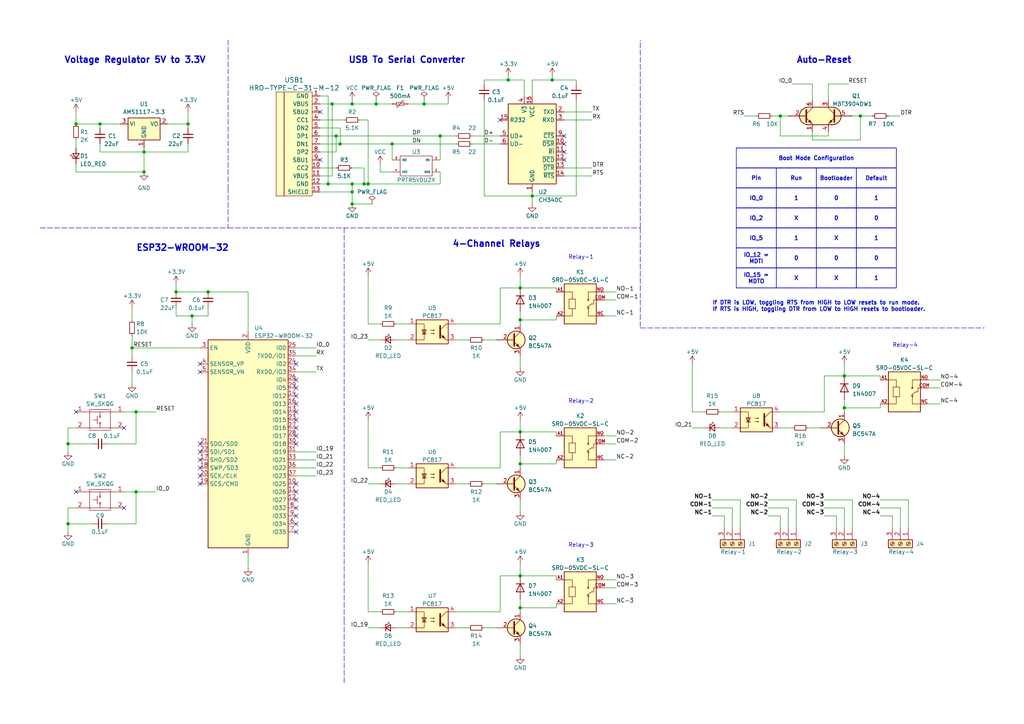
<source format=kicad_sch>
(kicad_sch (version 20230121) (generator eeschema)
  (paper "User" 324.993 230.022)
  (title_block (title "ESP32 4 Channel Relays") (date "2023-03-19"))
  (junction (at 45.72 48.26))
  (junction (at 161.29 25.4))
  (junction (at 21.59 140.97))
  (junction (at 175.26 25.4))
  (junction (at 106.68 43.18))
  (junction (at 247.65 36.83))
  (junction (at 273.05 36.83))
  (junction (at 60.96 100.33))
  (junction (at 43.18 130.81))
  (junction (at 105.41 33.02))
  (junction (at 24.13 39.37))
  (junction (at 66.04 92.71))
  (junction (at 21.59 166.37))
  (junction (at 45.72 54.61))
  (junction (at 267.97 129.54))
  (junction (at 124.46 45.72))
  (junction (at 111.76 58.42))
  (junction (at 165.1 193.04))
  (junction (at 107.95 45.72))
  (junction (at 31.75 39.37))
  (junction (at 55.88 92.71))
  (junction (at 165.1 91.44))
  (junction (at 104.14 58.42))
  (junction (at 267.97 119.38))
  (junction (at 119.38 33.02))
  (junction (at 165.1 101.6))
  (junction (at 165.1 137.16))
  (junction (at 115.57 58.42))
  (junction (at 116.84 58.42))
  (junction (at 111.76 33.02))
  (junction (at 41.91 110.49))
  (junction (at 134.62 33.02))
  (junction (at 139.7 43.18))
  (junction (at 111.76 60.96))
  (junction (at 165.1 147.32))
  (junction (at 111.76 64.77))
  (junction (at 43.18 156.21))
  (junction (at 168.91 62.23))
  (junction (at 59.69 39.37))
  (junction (at 165.1 182.88))
  (no_connect (at 93.98 133.35))
  (no_connect (at 63.5 148.59))
  (no_connect (at 158.75 38.1))
  (no_connect (at 101.6 50.8))
  (no_connect (at 24.13 156.21))
  (no_connect (at 93.98 166.37))
  (no_connect (at 179.07 43.18))
  (no_connect (at 93.98 140.97))
  (no_connect (at 93.98 130.81))
  (no_connect (at 63.5 118.11))
  (no_connect (at 179.07 45.72))
  (no_connect (at 93.98 115.57))
  (no_connect (at 24.13 130.81))
  (no_connect (at 93.98 120.65))
  (no_connect (at 93.98 161.29))
  (no_connect (at 101.6 35.56))
  (no_connect (at 93.98 153.67))
  (no_connect (at 93.98 135.89))
  (no_connect (at 63.5 115.57))
  (no_connect (at 93.98 138.43))
  (no_connect (at 93.98 163.83))
  (no_connect (at 93.98 128.27))
  (no_connect (at 63.5 153.67))
  (no_connect (at 39.37 135.89))
  (no_connect (at 93.98 168.91))
  (no_connect (at 179.07 50.8))
  (no_connect (at 63.5 151.13))
  (no_connect (at 179.07 48.26))
  (no_connect (at 63.5 140.97))
  (no_connect (at 93.98 156.21))
  (no_connect (at 63.5 143.51))
  (no_connect (at 93.98 123.19))
  (no_connect (at 93.98 125.73))
  (no_connect (at 63.5 146.05))
  (no_connect (at 93.98 158.75))
  (no_connect (at 39.37 161.29))
  (wire (pts (xy 229.87 163.83) (xy 229.87 167.64)))
  (polyline (pts (xy 246.38 53.34) (xy 246.38 91.44)))
  (wire (pts (xy 158.75 194.31) (xy 158.75 182.88)))
  (wire (pts (xy 165.1 190.5) (xy 165.1 193.04)))
  (wire (pts (xy 24.13 44.45) (xy 24.13 46.99)))
  (wire (pts (xy 142.24 31.75) (xy 142.24 33.02)))
  (wire (pts (xy 179.07 55.88) (xy 187.96 55.88)))
  (wire (pts (xy 273.05 36.83) (xy 273.05 44.45)))
  (wire (pts (xy 285.75 161.29) (xy 279.4 161.29)))
  (wire (pts (xy 153.67 25.4) (xy 153.67 26.67)))
  (wire (pts (xy 55.88 100.33) (xy 55.88 97.79)))
  (wire (pts (xy 179.07 35.56) (xy 187.96 35.56)))
  (polyline (pts (xy 233.68 66.04) (xy 284.48 66.04)))
  (wire (pts (xy 111.76 33.02) (xy 119.38 33.02)))
  (wire (pts (xy 288.29 158.75) (xy 288.29 167.64)))
  (wire (pts (xy 106.68 43.18) (xy 101.6 43.18)))
  (wire (pts (xy 176.53 182.88) (xy 165.1 182.88)))
  (wire (pts (xy 125.73 102.87) (xy 129.54 102.87)))
  (wire (pts (xy 191.77 138.43) (xy 195.58 138.43)))
  (wire (pts (xy 139.7 43.18) (xy 139.7 50.8)))
  (wire (pts (xy 134.62 33.02) (xy 142.24 33.02)))
  (wire (pts (xy 93.98 118.11) (xy 100.33 118.11)))
  (wire (pts (xy 234.95 158.75) (xy 234.95 167.64)))
  (wire (pts (xy 165.1 113.03) (xy 165.1 116.84)))
  (wire (pts (xy 236.22 36.83) (xy 240.03 36.83)))
  (wire (pts (xy 93.98 110.49) (xy 100.33 110.49)))
  (wire (pts (xy 55.88 90.17) (xy 55.88 92.71)))
  (wire (pts (xy 279.4 129.54) (xy 267.97 129.54)))
  (wire (pts (xy 101.6 40.64) (xy 107.95 40.64)))
  (wire (pts (xy 257.81 26.67) (xy 257.81 31.75)))
  (wire (pts (xy 41.91 118.11) (xy 41.91 121.92)))
  (wire (pts (xy 144.78 102.87) (xy 158.75 102.87)))
  (wire (pts (xy 120.65 52.07) (xy 120.65 54.61)))
  (wire (pts (xy 270.51 36.83) (xy 273.05 36.83)))
  (wire (pts (xy 153.67 31.75) (xy 153.67 62.23)))
  (wire (pts (xy 78.74 105.41) (xy 78.74 92.71)))
  (wire (pts (xy 182.88 62.23) (xy 168.91 62.23)))
  (wire (pts (xy 265.43 163.83) (xy 265.43 167.64)))
  (wire (pts (xy 116.84 194.31) (xy 120.65 194.31)))
  (wire (pts (xy 261.62 130.81) (xy 261.62 119.38)))
  (wire (pts (xy 252.73 158.75) (xy 252.73 167.64)))
  (wire (pts (xy 21.59 161.29) (xy 24.13 161.29)))
  (polyline (pts (xy 271.78 53.34) (xy 271.78 91.44)))
  (wire (pts (xy 111.76 60.96) (xy 111.76 64.77)))
  (wire (pts (xy 228.6 130.81) (xy 232.41 130.81)))
  (wire (pts (xy 78.74 92.71) (xy 66.04 92.71)))
  (wire (pts (xy 165.1 193.04) (xy 165.1 194.31)))
  (wire (pts (xy 166.37 25.4) (xy 166.37 30.48)))
  (wire (pts (xy 226.06 163.83) (xy 229.87 163.83)))
  (wire (pts (xy 41.91 97.79) (xy 41.91 101.6)))
  (wire (pts (xy 165.1 99.06) (xy 165.1 101.6)))
  (wire (pts (xy 165.1 147.32) (xy 165.1 148.59)))
  (wire (pts (xy 24.13 52.07) (xy 24.13 54.61)))
  (wire (pts (xy 267.97 140.97) (xy 267.97 144.78)))
  (wire (pts (xy 279.4 128.27) (xy 279.4 129.54)))
  (wire (pts (xy 232.41 161.29) (xy 232.41 167.64)))
  (wire (pts (xy 38.1 39.37) (xy 31.75 39.37)))
  (wire (pts (xy 267.97 129.54) (xy 267.97 130.81)))
  (wire (pts (xy 153.67 153.67) (xy 157.48 153.67)))
  (wire (pts (xy 257.81 44.45) (xy 273.05 44.45)))
  (wire (pts (xy 165.1 204.47) (xy 165.1 208.28)))
  (wire (pts (xy 111.76 53.34) (xy 115.57 53.34)))
  (wire (pts (xy 34.29 166.37) (xy 43.18 166.37)))
  (wire (pts (xy 104.14 58.42) (xy 111.76 58.42)))
  (wire (pts (xy 175.26 25.4) (xy 168.91 25.4)))
  (wire (pts (xy 161.29 25.4) (xy 153.67 25.4)))
  (wire (pts (xy 182.88 26.67) (xy 182.88 25.4)))
  (polyline (pts (xy 72.39 72.39) (xy 203.2 72.39)) (stroke (width 0) (type dash)))
  (wire (pts (xy 294.64 123.19) (xy 298.45 123.19)))
  (wire (pts (xy 29.21 140.97) (xy 21.59 140.97)))
  (wire (pts (xy 182.88 25.4) (xy 175.26 25.4)))
  (wire (pts (xy 176.53 101.6) (xy 165.1 101.6)))
  (wire (pts (xy 41.91 110.49) (xy 41.91 113.03)))
  (wire (pts (xy 176.53 92.71) (xy 176.53 91.44)))
  (wire (pts (xy 191.77 184.15) (xy 195.58 184.15)))
  (wire (pts (xy 294.64 120.65) (xy 298.45 120.65)))
  (wire (pts (xy 191.77 100.33) (xy 195.58 100.33)))
  (wire (pts (xy 93.98 113.03) (xy 100.33 113.03)))
  (polyline (pts (xy 109.22 72.39) (xy 109.22 196.85)) (stroke (width 0) (type dash)))
  (wire (pts (xy 107.95 45.72) (xy 101.6 45.72)))
  (wire (pts (xy 34.29 140.97) (xy 43.18 140.97)))
  (wire (pts (xy 168.91 60.96) (xy 168.91 62.23)))
  (wire (pts (xy 41.91 110.49) (xy 41.91 106.68)))
  (wire (pts (xy 21.59 140.97) (xy 21.59 135.89)))
  (wire (pts (xy 176.53 146.05) (xy 176.53 147.32)))
  (wire (pts (xy 144.78 107.95) (xy 148.59 107.95)))
  (wire (pts (xy 111.76 64.77) (xy 118.11 64.77)))
  (wire (pts (xy 294.64 128.27) (xy 298.45 128.27)))
  (wire (pts (xy 66.04 97.79) (xy 66.04 100.33)))
  (wire (pts (xy 93.98 151.13) (xy 100.33 151.13)))
  (wire (pts (xy 24.13 35.56) (xy 24.13 39.37)))
  (wire (pts (xy 106.68 48.26) (xy 106.68 43.18)))
  (polyline (pts (xy 233.68 53.34) (xy 284.48 53.34)))
  (polyline (pts (xy 109.22 196.85) (xy 109.22 217.17)) (stroke (width 0) (type dash)))
  (wire (pts (xy 153.67 107.95) (xy 157.48 107.95)))
  (polyline (pts (xy 12.7 72.39) (xy 72.39 72.39)) (stroke (width 0) (type dash)))
  (wire (pts (xy 104.14 30.48) (xy 104.14 58.42)))
  (wire (pts (xy 267.97 161.29) (xy 267.97 167.64)))
  (wire (pts (xy 191.77 146.05) (xy 195.58 146.05)))
  (wire (pts (xy 21.59 166.37) (xy 21.59 161.29)))
  (wire (pts (xy 59.69 35.56) (xy 59.69 39.37)))
  (wire (pts (xy 93.98 143.51) (xy 100.33 143.51)))
  (polyline (pts (xy 233.68 59.69) (xy 284.48 59.69)))
  (wire (pts (xy 24.13 39.37) (xy 31.75 39.37)))
  (wire (pts (xy 63.5 110.49) (xy 41.91 110.49)))
  (wire (pts (xy 285.75 161.29) (xy 285.75 167.64)))
  (wire (pts (xy 139.7 54.61) (xy 139.7 58.42)))
  (wire (pts (xy 60.96 100.33) (xy 60.96 102.87)))
  (polyline (pts (xy 203.2 72.39) (xy 203.2 12.7)) (stroke (width 0) (type dash)))
  (wire (pts (xy 251.46 26.67) (xy 257.81 26.67)))
  (wire (pts (xy 101.6 30.48) (xy 104.14 30.48)))
  (wire (pts (xy 115.57 58.42) (xy 116.84 58.42)))
  (polyline (pts (xy 259.08 53.34) (xy 259.08 91.44)))
  (wire (pts (xy 105.41 33.02) (xy 105.41 55.88)))
  (wire (pts (xy 101.6 60.96) (xy 111.76 60.96)))
  (wire (pts (xy 78.74 176.53) (xy 78.74 180.34)))
  (wire (pts (xy 165.1 144.78) (xy 165.1 147.32)))
  (wire (pts (xy 116.84 107.95) (xy 120.65 107.95)))
  (wire (pts (xy 153.67 62.23) (xy 168.91 62.23)))
  (wire (pts (xy 21.59 140.97) (xy 21.59 143.51)))
  (wire (pts (xy 279.4 120.65) (xy 279.4 119.38)))
  (wire (pts (xy 125.73 199.39) (xy 129.54 199.39)))
  (wire (pts (xy 45.72 48.26) (xy 45.72 54.61)))
  (wire (pts (xy 134.62 31.75) (xy 134.62 33.02)))
  (wire (pts (xy 116.84 199.39) (xy 120.65 199.39)))
  (wire (pts (xy 111.76 58.42) (xy 111.76 60.96)))
  (wire (pts (xy 191.77 186.69) (xy 195.58 186.69)))
  (wire (pts (xy 261.62 163.83) (xy 265.43 163.83)))
  (wire (pts (xy 279.4 163.83) (xy 283.21 163.83)))
  (wire (pts (xy 124.46 45.72) (xy 124.46 50.8)))
  (wire (pts (xy 256.54 135.89) (xy 260.35 135.89)))
  (wire (pts (xy 107.95 45.72) (xy 124.46 45.72)))
  (wire (pts (xy 262.89 43.18) (xy 247.65 43.18)))
  (wire (pts (xy 176.53 137.16) (xy 165.1 137.16)))
  (polyline (pts (xy 72.39 12.7) (xy 72.39 59.69)) (stroke (width 0) (type dash)))
  (wire (pts (xy 219.71 115.57) (xy 219.71 130.81)))
  (wire (pts (xy 191.77 140.97) (xy 195.58 140.97)))
  (wire (pts (xy 115.57 53.34) (xy 115.57 58.42)))
  (polyline (pts (xy 233.68 72.39) (xy 284.48 72.39)))
  (wire (pts (xy 257.81 41.91) (xy 257.81 44.45)))
  (wire (pts (xy 45.72 48.26) (xy 59.69 48.26)))
  (wire (pts (xy 149.86 43.18) (xy 158.75 43.18)))
  (wire (pts (xy 176.53 91.44) (xy 165.1 91.44)))
  (wire (pts (xy 176.53 147.32) (xy 165.1 147.32)))
  (wire (pts (xy 219.71 135.89) (xy 223.52 135.89)))
  (wire (pts (xy 262.89 26.67) (xy 269.24 26.67)))
  (wire (pts (xy 234.95 158.75) (xy 226.06 158.75)))
  (wire (pts (xy 144.78 194.31) (xy 158.75 194.31)))
  (polyline (pts (xy 203.2 104.14) (xy 284.48 104.14)) (stroke (width 0) (type dash)))
  (wire (pts (xy 43.18 156.21) (xy 49.53 156.21)))
  (wire (pts (xy 119.38 31.75) (xy 119.38 33.02)))
  (wire (pts (xy 243.84 163.83) (xy 247.65 163.83)))
  (wire (pts (xy 247.65 135.89) (xy 251.46 135.89)))
  (wire (pts (xy 101.6 48.26) (xy 106.68 48.26)))
  (wire (pts (xy 175.26 24.13) (xy 175.26 25.4)))
  (wire (pts (xy 288.29 158.75) (xy 279.4 158.75)))
  (wire (pts (xy 165.1 158.75) (xy 165.1 162.56)))
  (wire (pts (xy 261.62 119.38) (xy 267.97 119.38)))
  (wire (pts (xy 43.18 166.37) (xy 43.18 156.21)))
  (wire (pts (xy 247.65 163.83) (xy 247.65 167.64)))
  (wire (pts (xy 93.98 146.05) (xy 100.33 146.05)))
  (wire (pts (xy 116.84 153.67) (xy 120.65 153.67)))
  (wire (pts (xy 273.05 36.83) (xy 276.86 36.83)))
  (wire (pts (xy 270.51 158.75) (xy 261.62 158.75)))
  (wire (pts (xy 116.84 87.63) (xy 116.84 102.87)))
  (wire (pts (xy 116.84 102.87) (xy 120.65 102.87)))
  (wire (pts (xy 176.53 191.77) (xy 176.53 193.04)))
  (wire (pts (xy 139.7 43.18) (xy 144.78 43.18)))
  (wire (pts (xy 161.29 24.13) (xy 161.29 25.4)))
  (wire (pts (xy 43.18 130.81) (xy 49.53 130.81)))
  (wire (pts (xy 21.59 166.37) (xy 21.59 168.91)))
  (wire (pts (xy 125.73 148.59) (xy 129.54 148.59)))
  (wire (pts (xy 114.3 38.1) (xy 116.84 38.1)))
  (wire (pts (xy 158.75 91.44) (xy 165.1 91.44)))
  (wire (pts (xy 116.84 133.35) (xy 116.84 148.59)))
  (polyline (pts (xy 72.39 59.69) (xy 72.39 72.39)) (stroke (width 0) (type dash)))
  (wire (pts (xy 279.4 119.38) (xy 267.97 119.38)))
  (wire (pts (xy 21.59 135.89) (xy 24.13 135.89)))
  (wire (pts (xy 176.53 138.43) (xy 176.53 137.16)))
  (wire (pts (xy 232.41 161.29) (xy 226.06 161.29)))
  (wire (pts (xy 267.97 115.57) (xy 267.97 119.38)))
  (wire (pts (xy 219.71 130.81) (xy 223.52 130.81)))
  (wire (pts (xy 43.18 140.97) (xy 43.18 130.81)))
  (wire (pts (xy 107.95 40.64) (xy 107.95 45.72)))
  (wire (pts (xy 165.1 179.07) (xy 165.1 182.88)))
  (wire (pts (xy 166.37 25.4) (xy 161.29 25.4)))
  (wire (pts (xy 111.76 58.42) (xy 115.57 58.42)))
  (wire (pts (xy 101.6 38.1) (xy 109.22 38.1)))
  (wire (pts (xy 270.51 158.75) (xy 270.51 167.64)))
  (wire (pts (xy 125.73 153.67) (xy 129.54 153.67)))
  (wire (pts (xy 168.91 25.4) (xy 168.91 30.48)))
  (wire (pts (xy 262.89 31.75) (xy 262.89 26.67)))
  (wire (pts (xy 176.53 193.04) (xy 165.1 193.04)))
  (wire (pts (xy 165.1 133.35) (xy 165.1 137.16)))
  (polyline (pts (xy 233.68 85.09) (xy 284.48 85.09)))
  (wire (pts (xy 29.21 166.37) (xy 21.59 166.37)))
  (wire (pts (xy 158.75 102.87) (xy 158.75 91.44)))
  (wire (pts (xy 247.65 130.81) (xy 261.62 130.81)))
  (wire (pts (xy 43.18 156.21) (xy 39.37 156.21)))
  (wire (pts (xy 43.18 130.81) (xy 39.37 130.81)))
  (wire (pts (xy 106.68 43.18) (xy 139.7 43.18)))
  (polyline (pts (xy 284.48 104.14) (xy 312.42 104.14)) (stroke (width 0) (type dash)))
  (wire (pts (xy 129.54 33.02) (xy 134.62 33.02)))
  (wire (pts (xy 247.65 43.18) (xy 247.65 36.83)))
  (wire (pts (xy 283.21 163.83) (xy 283.21 167.64)))
  (wire (pts (xy 250.19 161.29) (xy 243.84 161.29)))
  (wire (pts (xy 281.94 36.83) (xy 285.75 36.83)))
  (wire (pts (xy 60.96 100.33) (xy 55.88 100.33)))
  (wire (pts (xy 31.75 45.72) (xy 31.75 48.26)))
  (wire (pts (xy 116.84 148.59) (xy 120.65 148.59)))
  (wire (pts (xy 59.69 39.37) (xy 59.69 40.64)))
  (wire (pts (xy 59.69 48.26) (xy 59.69 45.72)))
  (wire (pts (xy 176.53 184.15) (xy 176.53 182.88)))
  (wire (pts (xy 153.67 199.39) (xy 157.48 199.39)))
  (wire (pts (xy 158.75 182.88) (xy 165.1 182.88)))
  (wire (pts (xy 228.6 135.89) (xy 232.41 135.89)))
  (wire (pts (xy 119.38 33.02) (xy 124.46 33.02)))
  (wire (pts (xy 53.34 39.37) (xy 59.69 39.37)))
  (wire (pts (xy 250.19 161.29) (xy 250.19 167.64)))
  (wire (pts (xy 93.98 148.59) (xy 100.33 148.59)))
  (wire (pts (xy 31.75 48.26) (xy 45.72 48.26)))
  (wire (pts (xy 120.65 54.61) (xy 124.46 54.61)))
  (wire (pts (xy 116.84 38.1) (xy 116.84 58.42)))
  (wire (pts (xy 182.88 31.75) (xy 182.88 62.23)))
  (wire (pts (xy 245.11 36.83) (xy 247.65 36.83)))
  (wire (pts (xy 168.91 62.23) (xy 168.91 64.77)))
  (wire (pts (xy 101.6 33.02) (xy 105.41 33.02)))
  (wire (pts (xy 144.78 153.67) (xy 148.59 153.67)))
  (wire (pts (xy 116.84 179.07) (xy 116.84 194.31)))
  (wire (pts (xy 45.72 46.99) (xy 45.72 48.26)))
  (polyline (pts (xy 203.2 72.39) (xy 203.2 104.14)) (stroke (width 0) (type dash)))
  (wire (pts (xy 165.1 101.6) (xy 165.1 102.87)))
  (wire (pts (xy 179.07 38.1) (xy 187.96 38.1)))
  (wire (pts (xy 158.75 148.59) (xy 158.75 137.16)))
  (wire (pts (xy 267.97 127) (xy 267.97 129.54)))
  (wire (pts (xy 124.46 45.72) (xy 144.78 45.72)))
  (wire (pts (xy 111.76 33.02) (xy 111.76 31.75)))
  (wire (pts (xy 105.41 33.02) (xy 111.76 33.02)))
  (wire (pts (xy 176.53 100.33) (xy 176.53 101.6)))
  (wire (pts (xy 165.1 87.63) (xy 165.1 91.44)))
  (wire (pts (xy 191.77 95.25) (xy 195.58 95.25)))
  (polyline (pts (xy 233.68 78.74) (xy 284.48 78.74)))
  (wire (pts (xy 158.75 137.16) (xy 165.1 137.16)))
  (wire (pts (xy 66.04 100.33) (xy 60.96 100.33)))
  (wire (pts (xy 31.75 39.37) (xy 31.75 40.64)))
  (wire (pts (xy 144.78 199.39) (xy 148.59 199.39)))
  (wire (pts (xy 24.13 54.61) (xy 45.72 54.61)))
  (wire (pts (xy 262.89 41.91) (xy 262.89 43.18)))
  (wire (pts (xy 104.14 58.42) (xy 101.6 58.42)))
  (wire (pts (xy 149.86 45.72) (xy 158.75 45.72)))
  (wire (pts (xy 116.84 58.42) (xy 139.7 58.42)))
  (wire (pts (xy 247.65 36.83) (xy 250.19 36.83)))
  (wire (pts (xy 125.73 194.31) (xy 129.54 194.31)))
  (wire (pts (xy 252.73 158.75) (xy 243.84 158.75)))
  (wire (pts (xy 191.77 92.71) (xy 195.58 92.71)))
  (wire (pts (xy 101.6 53.34) (xy 106.68 53.34)))
  (wire (pts (xy 55.88 92.71) (xy 66.04 92.71)))
  (wire (pts (xy 267.97 161.29) (xy 261.62 161.29)))
  (wire (pts (xy 191.77 191.77) (xy 195.58 191.77)))
  (wire (pts (xy 179.07 53.34) (xy 187.96 53.34)))
  (wire (pts (xy 144.78 148.59) (xy 158.75 148.59)))
  (wire (pts (xy 105.41 55.88) (xy 101.6 55.88)))
  (wire (pts (xy 125.73 107.95) (xy 129.54 107.95)))
  (rectangle (start 233.68 46.99) (end 284.48 91.44))
  (text_box "X" (at 259.08 85.09 0) (size 12.7 6.35) (effects (font (size 1.27 1.27) (thickness 0.254) bold)))
  (text_box "0" (at 259.08 66.04 0) (size 12.7 6.35) (effects (font (size 1.27 1.27) (thickness 0.254) bold)))
  (text_box "0" (at 259.08 59.69 0) (size 12.7 6.35) (effects (font (size 1.27 1.27) (thickness 0.254) bold)))
  (text_box "X" (at 246.38 66.04 0) (size 12.7 6.35) (effects (font (size 1.27 1.27) (thickness 0.254) bold)))
  (text_box "Default" (at 271.78 53.34 0) (size 12.7 6.35) (effects (font (size 1.27 1.27) (thickness 0.254) bold)))
  (text_box "0" (at 246.38 78.74 0) (size 12.7 6.35) (effects (font (size 1.27 1.27) (thickness 0.254) bold)))
  (text_box "IO_2" (at 233.68 66.04 0) (size 12.7 6.35) (effects (font (size 1.27 1.27) (thickness 0.254) bold)))
  (text_box "0" (at 271.78 78.74 0) (size 12.7 6.35) (effects (font (size 1.27 1.27) (thickness 0.254) bold)))
  (text_box "IO_15 = MDTO" (at 233.68 85.09 0) (size 12.7 6.35) (effects (font (size 1.27 1.27) (thickness 0.254) bold)))
  (text_box "Bootloader" (at 259.08 53.34 0) (size 12.7 6.35) (effects (font (size 1.27 1.27) (thickness 0.254) bold)))
  (text_box "IO_0" (at 233.68 59.69 0) (size 12.7 6.35) (effects (font (size 1.27 1.27) (thickness 0.254) bold)))
  (text_box "IO_12 = MDTI" (at 233.68 78.74 0) (size 12.7 6.35) (effects (font (size 1.27 1.27) (thickness 0.254) bold)))
  (text_box "1" (at 271.78 72.39 0) (size 12.7 6.35) (effects (font (size 1.27 1.27) (thickness 0.254) bold)))
  (text_box "1" (at 271.78 85.09 0) (size 12.7 6.35) (effects (font (size 1.27 1.27) (thickness 0.254) bold)))
  (text_box "X" (at 259.08 72.39 0) (size 12.7 6.35) (effects (font (size 1.27 1.27) (thickness 0.254) bold)))
  (text_box "Run" (at 246.38 53.34 0) (size 12.7 6.35) (effects (font (size 1.27 1.27) (thickness 0.254) bold)))
  (text_box "0" (at 259.08 78.74 0) (size 12.7 6.35) (effects (font (size 1.27 1.27) (thickness 0.254) bold)))
  (text_box "Boot Mode Configuration" (at 233.68 46.99 0) (size 50.8 6.35) (effects (font (size 1.27 1.27) bold)))
  (text_box "1" (at 271.78 59.69 0) (size 12.7 6.35) (effects (font (size 1.27 1.27) (thickness 0.254) bold)))
  (text_box "1" (at 246.38 59.69 0) (size 12.7 6.35) (effects (font (size 1.27 1.27) (thickness 0.254) bold)))
  (text_box "IO_5" (at 233.68 72.39 0) (size 12.7 6.35) (effects (font (size 1.27 1.27) (thickness 0.254) bold)))
  (text_box "X" (at 246.38 85.09 0) (size 12.7 6.35) (effects (font (size 1.27 1.27) (thickness 0.254) bold)))
  (text_box "0" (at 271.78 66.04 0) (size 12.7 6.35) (effects (font (size 1.27 1.27) (thickness 0.254) bold)))
  (text_box "Pin" (at 233.68 53.34 0) (size 12.7 6.35) (effects (font (size 1.27 1.27) (thickness 0.254) bold)))
  (text_box "1" (at 246.38 72.39 0) (size 12.7 6.35) (effects (font (size 1.27 1.27) (thickness 0.254) bold)))
  (text "Voltage Regulator 5V to 3.3V" (at 20.32 20.32 0) (effects (font (size 2 2) (thickness 0.4) bold) (justify left bottom)))
  (text "4-Channel Relays" (at 143.51 78.74 0) (effects (font (size 2 2) bold) (justify left bottom)))
  (text "Relay-1" (at 180.34 82.55 0) (effects (font (size 1.27 1.27)) (justify left bottom)))
  (text "Relay-4" (at 283.21 110.49 0) (effects (font (size 1.27 1.27)) (justify left bottom)))
  (text "Relay-3" (at 180.34 173.99 0) (effects (font (size 1.27 1.27)) (justify left bottom)))
  (text "Relay-2" (at 180.34 128.27 0) (effects (font (size 1.27 1.27)) (justify left bottom)))
  (text "Auto-Reset" (at 252.73 20.32 0) (effects (font (size 2 2) (thickness 0.4) bold) (justify left bottom)))
  (text "ESP32-WROOM-32" (at 43.18 80.01 0) (effects (font (size 2 2) bold) (justify left bottom)))
  (text "If DTR is LOW, toggling RTS from HIGH to LOW resets to run mode.\nIf RTS is HIGH, toggling DTR from LOW to HIGH resets to bootloader." (at 226.06 99.06 0) (effects (font (size 1.27 1.27) bold) (justify left bottom)))
  (text "USB To Serial Converter" (at 110.49 20.32 0) (effects (font (size 2 2) (thickness 0.4) bold) (justify left bottom)))
  (label "NO-2" (at 243.84 158.75 180) (effects (font bold)))
  (label "NO-1" (at 226.06 158.75 180) (effects (font bold)))
  (label "DTR" (at 187.96 53.34 0))
  (label "IO_21" (at 100.33 146.05 0))
  (label "RX" (at 187.96 38.1 0))
  (label "RX" (at 100.33 113.03 0))
  (label "NO-1" (at 195.58 92.71 0))
  (label "RTS" (at 187.96 55.88 0))
  (label "IO_0" (at 251.46 26.67 180))
  (label "COM-4" (at 279.4 161.29 180) (effects (font bold)))
  (label "D+" (at 153.67 43.18 0))
  (label "COM-3" (at 261.62 161.29 180) (effects (font bold)))
  (label "NC-2" (at 195.58 146.05 0))
  (label "IO_0" (at 49.53 156.21 0))
  (label "DP" (at 130.81 43.18 0))
  (label "DTR" (at 285.75 36.83 0))
  (label "NC-4" (at 279.4 163.83 180) (effects (font bold)))
  (label "IO_22" (at 116.84 153.67 180))
  (label "COM-1" (at 226.06 161.29 180) (effects (font bold)))
  (label "NO-3" (at 261.62 158.75 180) (effects (font bold)))
  (label "NC-1" (at 195.58 100.33 0))
  (label "RESET" (at 269.24 26.67 0))
  (label "COM-2" (at 243.84 161.29 180) (effects (font bold)))
  (label "NC-3" (at 195.58 191.77 0))
  (label "NC-4" (at 298.45 128.27 0))
  (label "COM-3" (at 195.58 186.69 0))
  (label "IO_23" (at 116.84 107.95 180))
  (label "COM-4" (at 298.45 123.19 0))
  (label "NO-4" (at 279.4 158.75 180) (effects (font bold)))
  (label "IO_0" (at 100.33 110.49 0))
  (label "COM-1" (at 195.58 95.25 0))
  (label "NO-3" (at 195.58 184.15 0))
  (label "IO_22" (at 100.33 148.59 0))
  (label "NO-4" (at 298.45 120.65 0))
  (label "IO_21" (at 219.71 135.89 180))
  (label "IO_23" (at 100.33 151.13 0))
  (label "NC-2" (at 243.84 163.83 180) (effects (font bold)))
  (label "IO_19" (at 116.84 199.39 180))
  (label "COM-2" (at 195.58 140.97 0))
  (label "NC-1" (at 226.06 163.83 180) (effects (font bold)))
  (label "RTS" (at 236.22 36.83 180))
  (label "NO-2" (at 195.58 138.43 0))
  (label "TX" (at 100.33 118.11 0))
  (label "TX" (at 187.96 35.56 0))
  (label "RESET" (at 49.53 130.81 0))
  (label "DN" (at 130.81 45.72 0))
  (label "D-" (at 153.67 45.72 0))
  (label "RESET" (at 48.26 110.49 180))
  (label "NC-3" (at 261.62 163.83 180) (effects (font bold)))
  (label "IO_19" (at 100.33 143.51 0))
  (symbol (lib_id "local_lib:MBT3904DW1") (at 260.35 36.83 0) (unit 1)
    (property "Reference" "Q1" (at 271.78 30.48 0))
    (property "Value" "MBT3904DW1" (at 270.51 33.02 0))
    (property "Footprint" "Package_TO_SOT_SMD_AKL:SOT-363_SC-70-6" (effects hide))
    (property "Datasheet" "https://www.tme.eu/Document/80e325783d3402e7c290463a712f3e6c/MBT3904DW1.PDF" (effects hide))
  )
  (symbol (lib_id "power:GND") (at 168.91 64.77 0) (unit 1)
    (property "Reference" "#PWR011" (effects hide))
    (property "Value" "GND" (at 168.91 68.58 0))
  )
  (symbol (lib_id "Device:C_Small") (at 59.69 43.18 0) (unit 1)
    (property "Reference" "C2" (at 54.61 43.18 0) (effects (justify left)))
    (property "Value" "22uF" (at 53.34 45.72 0) (effects (justify left)))
  )
  (symbol (lib_id "Device:LED_Small") (at 123.19 107.95 0) (unit 1)
    (property "Reference" "D2" (at 123.19 110.49 0))
    (property "Value" "RED_LED" (at 123.19 113.03 0))
  )
  (symbol (lib_id "Device:LED_Small") (at 123.19 153.67 0) (unit 1)
    (property "Reference" "D4" (at 123.19 156.21 0))
    (property "Value" "RED_LED" (at 123.19 158.75 0))
  )
  (symbol (lib_id "local_lib:PC817") (at 240.03 133.35 0) (unit 1)
    (property "Reference" "U8" (at 240.03 125.73 0))
    (property "Value" "PC817" (at 240.03 128.27 0))
    (property "Footprint" "Package_DIP:DIP-4_W7.62mm" (effects hide))
    (property "Datasheet" "http://www.soselectronic.cz/a_info/resource/d/pc817.pdf" (effects hide))
  )
  (symbol (lib_id "Device:C_Small") (at 41.91 115.57 0) (unit 1)
    (property "Reference" "C5" (at 44.45 115.57 0) (effects (justify left)))
    (property "Value" "0.1uF" (at 43.18 118.11 0) (effects (justify left)))
  )
  (symbol (lib_id "power:PWR_FLAG") (at 134.62 31.75 0) (unit 1)
    (property "Reference" "#FLG01" (effects hide))
    (property "Value" "PWR_FLAG" (at 134.62 27.94 0))
  )
  (symbol (lib_id "power:+5V") (at 267.97 115.57 0) (unit 1)
    (property "Reference" "#PWR027" (effects hide))
    (property "Value" "+5V" (at 267.97 111.76 0))
  )
  (symbol (lib_id "power:+3.3V") (at 41.91 97.79 0) (unit 1)
    (property "Reference" "#PWR012" (effects hide))
    (property "Value" "+3.3V" (at 41.91 93.98 0))
  )
  (symbol (lib_id "local_lib:BC547A") (at 162.56 199.39 0) (unit 1)
    (property "Reference" "Q4" (at 167.64 198.755 0) (effects (justify left)))
    (property "Value" "BC547A" (at 167.64 201.295 0) (effects (justify left)))
    (property "Footprint" "Package_TO_SOT_THT_AKL:TO-92_Inline_Wide_CBE" (effects hide))
    (property "Datasheet" "https://www.tme.eu/Document/6c5d898a533a0762c2bc33eb26c283a8/BC546-550-DTE.pdf" (effects hide))
  )
  (symbol (lib_id "power:VCC") (at 120.65 52.07 0) (unit 1)
    (property "Reference" "#PWR04" (effects hide))
    (property "Value" "VCC" (at 120.65 48.26 0))
  )
  (symbol (lib_id "local_lib:PC817") (at 137.16 196.85 0) (unit 1)
    (property "Reference" "U7" (at 137.16 189.23 0))
    (property "Value" "PC817" (at 137.16 191.77 0))
    (property "Footprint" "Package_DIP:DIP-4_W7.62mm" (effects hide))
    (property "Datasheet" "http://www.soselectronic.cz/a_info/resource/d/pc817.pdf" (effects hide))
  )
  (symbol (lib_id "local_lib:ESP32-WROOM-32") (at 78.74 140.97 0) (unit 1)
    (property "Reference" "U4" (at 80.6959 104.14 0) (effects (justify left)))
    (property "Value" "ESP32-WROOM-32" (at 80.6959 106.68 0) (effects (justify left)))
    (property "Footprint" "RF_Module:ESP32-WROOM-32" (effects hide))
    (property "Datasheet" "https://www.espressif.com/sites/default/files/documentation/esp32-wroom-32_datasheet_en.pdf" (effects hide))
  )
  (symbol (lib_id "Device:R_Small") (at 123.19 102.87 270) (unit 1)
    (property "Reference" "R9" (at 123.19 97.79 90))
    (property "Value" "1K" (at 123.19 100.33 90))
  )
  (symbol (lib_id "power:GND") (at 60.96 102.87 0) (unit 1)
    (property "Reference" "#PWR06" (effects hide))
    (property "Value" "GND" (at 60.96 106.68 0))
  )
  (symbol (lib_id "Device:R_Small") (at 109.22 53.34 90) (unit 1)
    (property "Reference" "R3" (at 109.22 50.8 90))
    (property "Value" "5.1K" (at 109.22 55.88 90))
  )
  (symbol (lib_id "power:GND") (at 78.74 180.34 0) (unit 1)
    (property "Reference" "#PWR08" (effects hide))
    (property "Value" "GND" (at 78.74 184.15 0))
  )
  (symbol (lib_id "Connector:Screw_Terminal_01x03") (at 267.97 172.72 270) (unit 1)
    (property "Reference" "J3" (at 273.05 172.72 90) (effects (justify left)))
    (property "Value" "Relay-3" (at 264.16 175.26 90) (effects (justify left)))
  )
  (symbol (lib_id "power:+5V") (at 116.84 87.63 0) (unit 1)
    (property "Reference" "#PWR017" (effects hide))
    (property "Value" "+5V" (at 116.84 83.82 0))
  )
  (symbol (lib_id "Device:R_Small") (at 151.13 199.39 90) (unit 1)
    (property "Reference" "R14" (at 151.13 201.93 90))
    (property "Value" "1K" (at 151.13 204.47 90))
  )
  (symbol (lib_id "Device:R_Small") (at 242.57 36.83 90) (unit 1)
    (property "Reference" "R6" (at 240.03 39.37 90))
    (property "Value" "10K" (at 245.11 39.37 90))
  )
  (symbol (lib_id "local_lib:SW_SKQG") (at 31.75 156.21 0) (unit 1)
    (property "Reference" "SW2" (at 31.75 151.13 0))
    (property "Value" "SW_SKQG" (at 31.75 153.67 0))
    (property "Footprint" "Button_Switch_SMD:SW_SPST_SKQG_WithStem" (effects hide))
  )
  (symbol (lib_id "Connector:Screw_Terminal_01x03") (at 285.75 172.72 270) (unit 1)
    (property "Reference" "J4" (at 290.83 172.72 90) (effects (justify left)))
    (property "Value" "Relay-4" (at 281.94 175.26 90) (effects (justify left)))
  )
  (symbol (lib_id "Device:C_Small") (at 66.04 95.25 0) (unit 1)
    (property "Reference" "C6" (at 60.96 95.25 0) (effects (justify left)))
    (property "Value" "0.1uF" (at 59.69 97.79 0) (effects (justify left)))
  )
  (symbol (lib_id "power:GND") (at 21.59 168.91 0) (unit 1)
    (property "Reference" "#PWR016" (effects hide))
    (property "Value" "GND" (at 21.59 172.72 0))
  )
  (symbol (lib_id "local_lib:1N4007") (at 267.97 123.19 270) (unit 1)
    (property "Reference" "D9" (at 270.51 122.555 90) (effects (justify left)))
    (property "Value" "1N4007" (at 270.51 125.095 90) (effects (justify left)))
    (property "Footprint" "Diode_SMD:D_MELF_Handsoldering" (effects hide))
    (property "Datasheet" "http://www.vishay.com/docs/88503/1n4001.pdf" (effects hide))
    (property "Sim.Device" "D" (effects hide))
    (property "Sim.Pins" "1=K 2=A" (effects hide))
  )
  (symbol (lib_id "Device:R_Small") (at 279.4 36.83 90) (unit 1)
    (property "Reference" "R7" (at 276.86 39.37 90))
    (property "Value" "10K" (at 281.94 39.37 90))
  )
  (symbol (lib_id "Device:R_Small") (at 123.19 148.59 270) (unit 1)
    (property "Reference" "R11" (at 123.19 143.51 90))
    (property "Value" "1K" (at 123.19 146.05 90))
  )
  (symbol (lib_id "Device:C_Small") (at 31.75 166.37 90) (unit 1)
    (property "Reference" "C9" (at 31.75 163.83 90))
    (property "Value" "0.1uF" (at 31.75 168.91 90))
  )
  (symbol (lib_id "local_lib:CH340C") (at 168.91 45.72 0) (unit 1)
    (property "Reference" "U2" (at 170.8659 60.96 0) (effects (justify left)))
    (property "Value" "CH340C" (at 170.8659 63.5 0) (effects (justify left)))
    (property "Footprint" "Package_SO:SOIC-16_3.9x9.9mm_P1.27mm" (effects hide))
    (property "Datasheet" "https://datasheet.lcsc.com/szlcsc/Jiangsu-Qin-Heng-CH340C_C84681.pdf" (effects hide))
  )
  (symbol (lib_id "power:GND") (at 41.91 121.92 0) (unit 1)
    (property "Reference" "#PWR013" (effects hide))
    (property "Value" "GND" (at 41.91 125.73 0))
  )
  (symbol (lib_id "local_lib:BC547A") (at 162.56 107.95 0) (unit 1)
    (property "Reference" "Q2" (at 167.64 107.315 0) (effects (justify left)))
    (property "Value" "BC547A" (at 167.64 109.855 0) (effects (justify left)))
    (property "Footprint" "Package_TO_SOT_THT_AKL:TO-92_Inline_Wide_CBE" (effects hide))
    (property "Datasheet" "https://www.tme.eu/Document/6c5d898a533a0762c2bc33eb26c283a8/BC546-550-DTE.pdf" (effects hide))
  )
  (symbol (lib_id "local_lib:1N4007") (at 165.1 186.69 270) (unit 1)
    (property "Reference" "D7" (at 167.64 186.055 90) (effects (justify left)))
    (property "Value" "1N4007" (at 167.64 188.595 90) (effects (justify left)))
    (property "Footprint" "Diode_SMD:D_MELF_Handsoldering" (effects hide))
    (property "Datasheet" "http://www.vishay.com/docs/88503/1n4001.pdf" (effects hide))
    (property "Sim.Device" "D" (effects hide))
    (property "Sim.Pins" "1=K 2=A" (effects hide))
  )
  (symbol (lib_id "Device:R_Small") (at 41.91 104.14 0) (unit 1)
    (property "Reference" "R8" (at 43.18 102.87 0) (effects (justify left)))
    (property "Value" "10K" (at 43.18 105.41 0) (effects (justify left)))
  )
  (symbol (lib_id "Device:C_Small") (at 31.75 140.97 90) (unit 1)
    (property "Reference" "C8" (at 29.21 138.43 90))
    (property "Value" "0.1uF" (at 35.56 138.43 90))
  )
  (symbol (lib_id "power:PWR_FLAG") (at 119.38 31.75 0) (unit 1)
    (property "Reference" "#FLG02" (effects hide))
    (property "Value" "PWR_FLAG" (at 119.38 27.94 0))
  )
  (symbol (lib_id "local_lib:PC817") (at 137.16 105.41 0) (unit 1)
    (property "Reference" "U5" (at 137.16 97.79 0))
    (property "Value" "PC817" (at 137.16 100.33 0))
    (property "Footprint" "Package_DIP:DIP-4_W7.62mm" (effects hide))
    (property "Datasheet" "http://www.soselectronic.cz/a_info/resource/d/pc817.pdf" (effects hide))
  )
  (symbol (lib_id "Connector:Screw_Terminal_01x03") (at 232.41 172.72 270) (unit 1)
    (property "Reference" "J1" (at 237.49 172.72 90) (effects (justify left)))
    (property "Value" "Relay-1" (at 228.6 175.26 90) (effects (justify left)))
  )
  (symbol (lib_id "Device:R_Small") (at 147.32 45.72 90) (unit 1)
    (property "Reference" "R5" (at 144.78 48.26 90))
    (property "Value" "22" (at 149.86 48.26 90))
  )
  (symbol (lib_id "local_lib:BC547A") (at 265.43 135.89 0) (unit 1)
    (property "Reference" "Q5" (at 270.51 135.255 0) (effects (justify left)))
    (property "Value" "BC547A" (at 270.51 137.795 0) (effects (justify left)))
    (property "Footprint" "Package_TO_SOT_THT_AKL:TO-92_Inline_Wide_CBE" (effects hide))
    (property "Datasheet" "https://www.tme.eu/Document/6c5d898a533a0762c2bc33eb26c283a8/BC546-550-DTE.pdf" (effects hide))
  )
  (symbol (lib_id "power:+5V") (at 219.71 115.57 0) (unit 1)
    (property "Reference" "#PWR026" (effects hide))
    (property "Value" "+5V" (at 219.71 111.76 0))
  )
  (symbol (lib_id "Device:C_Small") (at 55.88 95.25 0) (unit 1)
    (property "Reference" "C7" (at 50.8 95.25 0) (effects (justify left)))
    (property "Value" "22uF" (at 50.8 97.79 0) (effects (justify left)))
  )
  (symbol (lib_id "local_lib:SRD-05VDC-SL-C") (at 184.15 95.25 0) (unit 1)
    (property "Reference" "K1" (at 184.15 86.36 0))
    (property "Value" "SRD-05VDC-SL-C" (at 184.15 88.9 0))
    (property "Footprint" "RELAY_SRD-05VDC-SL-C" (effects hide))
    (property "MANUFACTURER" "SONGLE RELAY" (effects hide))
    (property "STANDARD" "IPC-7251" (effects hide))
  )
  (symbol (lib_id "local_lib:SRD-05VDC-SL-C") (at 287.02 123.19 0) (unit 1)
    (property "Reference" "K4" (at 287.02 114.3 0))
    (property "Value" "SRD-05VDC-SL-C" (at 287.02 116.84 0))
    (property "Footprint" "RELAY_SRD-05VDC-SL-C" (effects hide))
    (property "MANUFACTURER" "SONGLE RELAY" (effects hide))
    (property "STANDARD" "IPC-7251" (effects hide))
  )
  (symbol (lib_id "Device:LED_Small") (at 123.19 199.39 0) (unit 1)
    (property "Reference" "D6" (at 123.19 201.93 0))
    (property "Value" "RED_LED" (at 123.19 204.47 0))
  )
  (symbol (lib_id "power:GND") (at 165.1 162.56 0) (unit 1)
    (property "Reference" "#PWR022" (effects hide))
    (property "Value" "GND" (at 165.1 166.37 0))
  )
  (symbol (lib_id "Device:LED_Small") (at 24.13 49.53 90) (unit 1)
    (property "Reference" "D1" (at 25.4 49.53 90) (effects (justify right)))
    (property "Value" "LED_RED" (at 25.4 52.07 90) (effects (justify right)))
  )
  (symbol (lib_id "Device:LED_Small") (at 226.06 135.89 0) (unit 1)
    (property "Reference" "D8" (at 226.06 138.43 0))
    (property "Value" "RED_LED" (at 226.06 140.97 0))
  )
  (symbol (lib_id "power:GND") (at 111.76 64.77 0) (unit 1)
    (property "Reference" "#PWR03" (effects hide))
    (property "Value" "GND" (at 111.76 68.58 0))
  )
  (symbol (lib_id "power:+5V") (at 165.1 179.07 0) (unit 1)
    (property "Reference" "#PWR024" (effects hide))
    (property "Value" "+5V" (at 165.1 175.26 0))
  )
  (symbol (lib_id "Device:Polyfuse_Small") (at 127 33.02 90) (unit 1)
    (property "Reference" "F1" (at 127 27.94 90))
    (property "Value" "500mA" (at 127 30.48 90))
  )
  (symbol (lib_id "Device:C_Small") (at 153.67 29.21 0) (unit 1)
    (property "Reference" "C3" (at 157.48 29.21 0))
    (property "Value" "0.1uF" (at 157.48 31.75 0))
  )
  (symbol (lib_id "power:+3.3V") (at 161.29 24.13 0) (unit 1)
    (property "Reference" "#PWR05" (effects hide))
    (property "Value" "+3.3V" (at 161.29 20.32 0))
  )
  (symbol (lib_id "Device:R_Small") (at 226.06 130.81 270) (unit 1)
    (property "Reference" "R15" (at 226.06 125.73 90))
    (property "Value" "1K" (at 226.06 128.27 90))
  )
  (symbol (lib_id "Device:C_Small") (at 31.75 43.18 0) (unit 1)
    (property "Reference" "C1" (at 34.29 43.18 0) (effects (justify left)))
    (property "Value" "22uF" (at 33.02 45.72 0) (effects (justify left)))
  )
  (symbol (lib_id "local_lib:SRD-05VDC-SL-C") (at 184.15 140.97 0) (unit 1)
    (property "Reference" "K2" (at 184.15 132.08 0))
    (property "Value" "SRD-05VDC-SL-C" (at 184.15 134.62 0))
    (property "Footprint" "RELAY_SRD-05VDC-SL-C" (effects hide))
    (property "MANUFACTURER" "SONGLE RELAY" (effects hide))
    (property "STANDARD" "IPC-7251" (effects hide))
  )
  (symbol (lib_id "power:GND") (at 21.59 143.51 0) (unit 1)
    (property "Reference" "#PWR015" (effects hide))
    (property "Value" "GND" (at 21.59 147.32 0))
  )
  (symbol (lib_id "power:GND") (at 165.1 116.84 0) (unit 1)
    (property "Reference" "#PWR018" (effects hide))
    (property "Value" "GND" (at 165.1 120.65 0))
  )
  (symbol (lib_id "power:+3.3V") (at 55.88 90.17 0) (unit 1)
    (property "Reference" "#PWR014" (effects hide))
    (property "Value" "+3.3V" (at 55.88 86.36 0))
  )
  (symbol (lib_id "power:+5V") (at 165.1 87.63 0) (unit 1)
    (property "Reference" "#PWR019" (effects hide))
    (property "Value" "+5V" (at 165.1 83.82 0))
  )
  (symbol (lib_id "power:+5V") (at 175.26 24.13 0) (unit 1)
    (property "Reference" "#PWR07" (effects hide))
    (property "Value" "+5V" (at 175.26 20.32 0))
  )
  (symbol (lib_id "local_lib:1N4007") (at 165.1 140.97 270) (unit 1)
    (property "Reference" "D5" (at 167.64 140.335 90) (effects (justify left)))
    (property "Value" "1N4007" (at 167.64 142.875 90) (effects (justify left)))
    (property "Footprint" "Diode_SMD:D_MELF_Handsoldering" (effects hide))
    (property "Datasheet" "http://www.vishay.com/docs/88503/1n4001.pdf" (effects hide))
    (property "Sim.Device" "D" (effects hide))
    (property "Sim.Pins" "1=K 2=A" (effects hide))
  )
  (symbol (lib_id "local_lib:1N4007") (at 165.1 95.25 270) (unit 1)
    (property "Reference" "D3" (at 167.64 94.615 90) (effects (justify left)))
    (property "Value" "1N4007" (at 167.64 97.155 90) (effects (justify left)))
    (property "Footprint" "Diode_SMD:D_MELF_Handsoldering" (effects hide))
    (property "Datasheet" "http://www.vishay.com/docs/88503/1n4001.pdf" (effects hide))
    (property "Sim.Device" "D" (effects hide))
    (property "Sim.Pins" "1=K 2=A" (effects hide))
  )
  (symbol (lib_id "local_lib:BC547A") (at 162.56 153.67 0) (unit 1)
    (property "Reference" "Q3" (at 167.64 153.035 0) (effects (justify left)))
    (property "Value" "BC547A" (at 167.64 155.575 0) (effects (justify left)))
    (property "Footprint" "Package_TO_SOT_THT_AKL:TO-92_Inline_Wide_CBE" (effects hide))
    (property "Datasheet" "https://www.tme.eu/Document/6c5d898a533a0762c2bc33eb26c283a8/BC546-550-DTE.pdf" (effects hide))
  )
  (symbol (lib_id "power:GND") (at 165.1 208.28 0) (unit 1)
    (property "Reference" "#PWR025" (effects hide))
    (property "Value" "GND" (at 165.1 212.09 0))
  )
  (symbol (lib_id "Connector:Screw_Terminal_01x03") (at 250.19 172.72 270) (unit 1)
    (property "Reference" "J2" (at 255.27 172.72 90) (effects (justify left)))
    (property "Value" "Relay-2" (at 246.38 175.26 90) (effects (justify left)))
  )
  (symbol (lib_id "Device:R_Small") (at 151.13 107.95 90) (unit 1)
    (property "Reference" "R10" (at 151.13 110.49 90))
    (property "Value" "1K" (at 151.13 113.03 90))
  )
  (symbol (lib_id "Device:R_Small") (at 147.32 43.18 90) (unit 1)
    (property "Reference" "R4" (at 144.78 40.64 90))
    (property "Value" "22" (at 149.86 40.64 90))
  )
  (symbol (lib_id "local_lib:SW_SKQG") (at 31.75 130.81 0) (unit 1)
    (property "Reference" "SW1" (at 31.75 125.73 0))
    (property "Value" "SW_SKQG" (at 31.75 128.27 0))
    (property "Footprint" "Button_Switch_SMD:SW_SPST_SKQG_WithStem" (effects hide))
  )
  (symbol (lib_id "power:VCC") (at 111.76 31.75 0) (unit 1)
    (property "Reference" "#PWR09" (effects hide))
    (property "Value" "VCC" (at 111.76 27.94 0))
  )
  (symbol (lib_id "power:PWR_FLAG") (at 118.11 64.77 0) (unit 1)
    (property "Reference" "#FLG03" (effects hide))
    (property "Value" "PWR_FLAG" (at 118.11 60.96 0))
  )
  (symbol (lib_id "power:+5V") (at 142.24 31.75 0) (unit 1)
    (property "Reference" "#PWR010" (effects hide))
    (property "Value" "+5V" (at 142.24 27.94 0))
  )
  (symbol (lib_id "local_lib:PRTR5V0U2X") (at 132.08 49.53 0) (unit 1)
    (property "Reference" "U3" (at 132.08 48.26 0))
    (property "Value" "PRTR5V0U2X" (at 132.08 57.15 0))
    (property "Footprint" "Package_TO_SOT_SMD:SOT-143" (effects hide))
  )
  (symbol (lib_id "local_lib:PC817") (at 137.16 151.13 0) (unit 1)
    (property "Reference" "U6" (at 137.16 143.51 0))
    (property "Value" "PC817" (at 137.16 146.05 0))
    (property "Footprint" "Package_DIP:DIP-4_W7.62mm" (effects hide))
    (property "Datasheet" "http://www.soselectronic.cz/a_info/resource/d/pc817.pdf" (effects hide))
  )
  (symbol (lib_id "Device:R_Small") (at 254 135.89 90) (unit 1)
    (property "Reference" "R16" (at 254 138.43 90))
    (property "Value" "1K" (at 254 140.97 90))
  )
  (symbol (lib_id "power:+5V") (at 116.84 133.35 0) (unit 1)
    (property "Reference" "#PWR020" (effects hide))
    (property "Value" "+5V" (at 116.84 129.54 0))
  )
  (symbol (lib_id "power:+5V") (at 165.1 133.35 0) (unit 1)
    (property "Reference" "#PWR021" (effects hide))
    (property "Value" "+5V" (at 165.1 129.54 0))
  )
  (symbol (lib_id "power:+3.3V") (at 59.69 35.56 0) (unit 1)
    (property "Reference" "#PWR02" (effects hide))
    (property "Value" "+3.3V" (at 59.69 31.75 0))
  )
  (symbol (lib_id "Device:R_Small") (at 151.13 153.67 90) (unit 1)
    (property "Reference" "R12" (at 151.13 156.21 90))
    (property "Value" "1K" (at 151.13 158.75 90))
  )
  (symbol (lib_id "Device:R_Small") (at 24.13 41.91 0) (unit 1)
    (property "Reference" "R1" (at 25.4 41.91 0) (effects (justify left)))
    (property "Value" "2K" (at 25.4 44.45 0) (effects (justify left)))
  )
  (symbol (lib_id "Device:R_Small") (at 123.19 194.31 270) (unit 1)
    (property "Reference" "R13" (at 123.19 189.23 90))
    (property "Value" "1K" (at 123.19 191.77 90))
  )
  (symbol (lib_id "local_lib:AMS1117-3.3") (at 45.72 39.37 0) (unit 1)
    (property "Reference" "U1" (at 45.72 33.02 0))
    (property "Value" "AMS1117-3.3" (at 45.72 35.56 0))
    (property "Footprint" "Package_TO_SOT_SMD:SOT-223-3_TabPin2" (effects hide))
    (property "Datasheet" "http://www.advanced-monolithic.com/pdf/ds1117.pdf" (effects hide))
  )
  (symbol (lib_id "power:+5V") (at 24.13 35.56 0) (unit 1)
    (property "Reference" "#PWR01" (effects hide))
    (property "Value" "+5V" (at 24.13 31.75 0))
  )
  (symbol (lib_id "power:+5V") (at 116.84 179.07 0) (unit 1)
    (property "Reference" "#PWR023" (effects hide))
    (property "Value" "+5V" (at 116.84 175.26 0))
  )
  (symbol (lib_id "Device:C_Small") (at 182.88 29.21 180) (unit 1)
    (property "Reference" "C4" (at 179.07 27.94 0))
    (property "Value" "0.1uF" (at 177.8 30.48 0))
  )
  (symbol (lib_id "Device:R_Small") (at 111.76 38.1 90) (unit 1)
    (property "Reference" "R2" (at 111.76 35.56 90))
    (property "Value" "5.1K" (at 111.76 40.64 90))
  )
  (symbol (lib_id "local_lib:HRO-TYPE-C-31-M-12") (at 99.06 44.45 0) (unit 1)
    (property "Reference" "USB1" (at 93.345 25.4 0) (effects (font (size 1.524 1.524))))
    (property "Value" "HRO-TYPE-C-31-M-12" (at 93.345 27.94 0) (effects (font (size 1.524 1.524))))
  )
  (symbol (lib_id "local_lib:SRD-05VDC-SL-C") (at 184.15 186.69 0) (unit 1)
    (property "Reference" "K3" (at 184.15 177.8 0))
    (property "Value" "SRD-05VDC-SL-C" (at 184.15 180.34 0))
    (property "Footprint" "RELAY_SRD-05VDC-SL-C" (effects hide))
    (property "MANUFACTURER" "SONGLE RELAY" (effects hide))
    (property "STANDARD" "IPC-7251" (effects hide))
  )
  (symbol (lib_id "power:GND") (at 267.97 144.78 0) (unit 1)
    (property "Reference" "#PWR028" (effects hide))
    (property "Value" "GND" (at 267.97 148.59 0))
  )
  (symbol (lib_id "power:GND") (at 45.72 54.61 0) (unit 1)
    (property "Reference" "#PWR029" (effects hide))
    (property "Value" "GND" (at 45.72 59.69 0))
  )
)
</source>
